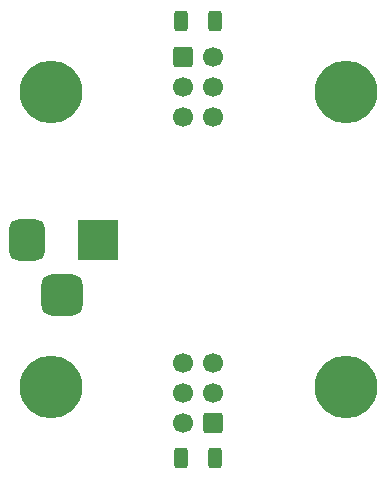
<source format=gbr>
%TF.GenerationSoftware,KiCad,Pcbnew,8.0.3*%
%TF.CreationDate,2024-07-13T17:14:31+01:00*%
%TF.ProjectId,RS485Board,52533438-3542-46f6-9172-642e6b696361,rev?*%
%TF.SameCoordinates,Original*%
%TF.FileFunction,Soldermask,Bot*%
%TF.FilePolarity,Negative*%
%FSLAX46Y46*%
G04 Gerber Fmt 4.6, Leading zero omitted, Abs format (unit mm)*
G04 Created by KiCad (PCBNEW 8.0.3) date 2024-07-13 17:14:31*
%MOMM*%
%LPD*%
G01*
G04 APERTURE LIST*
G04 Aperture macros list*
%AMRoundRect*
0 Rectangle with rounded corners*
0 $1 Rounding radius*
0 $2 $3 $4 $5 $6 $7 $8 $9 X,Y pos of 4 corners*
0 Add a 4 corners polygon primitive as box body*
4,1,4,$2,$3,$4,$5,$6,$7,$8,$9,$2,$3,0*
0 Add four circle primitives for the rounded corners*
1,1,$1+$1,$2,$3*
1,1,$1+$1,$4,$5*
1,1,$1+$1,$6,$7*
1,1,$1+$1,$8,$9*
0 Add four rect primitives between the rounded corners*
20,1,$1+$1,$2,$3,$4,$5,0*
20,1,$1+$1,$4,$5,$6,$7,0*
20,1,$1+$1,$6,$7,$8,$9,0*
20,1,$1+$1,$8,$9,$2,$3,0*%
G04 Aperture macros list end*
%ADD10C,5.300000*%
%ADD11RoundRect,0.250000X-0.600000X-0.600000X0.600000X-0.600000X0.600000X0.600000X-0.600000X0.600000X0*%
%ADD12C,1.700000*%
%ADD13R,3.500000X3.500000*%
%ADD14RoundRect,0.750000X-0.750000X-1.000000X0.750000X-1.000000X0.750000X1.000000X-0.750000X1.000000X0*%
%ADD15RoundRect,0.875000X-0.875000X-0.875000X0.875000X-0.875000X0.875000X0.875000X-0.875000X0.875000X0*%
%ADD16RoundRect,0.250000X0.600000X0.600000X-0.600000X0.600000X-0.600000X-0.600000X0.600000X-0.600000X0*%
%ADD17RoundRect,0.250000X0.312500X0.625000X-0.312500X0.625000X-0.312500X-0.625000X0.312500X-0.625000X0*%
%ADD18RoundRect,0.250000X-0.312500X-0.625000X0.312500X-0.625000X0.312500X0.625000X-0.312500X0.625000X0*%
G04 APERTURE END LIST*
D10*
%TO.C,H3*%
X125000000Y-100000000D03*
%TD*%
%TO.C,H2*%
X100000000Y-100000000D03*
%TD*%
%TO.C,H4*%
X125000000Y-125000000D03*
%TD*%
%TO.C,H1*%
X100000000Y-125000000D03*
%TD*%
D11*
%TO.C,J1*%
X111230000Y-97000000D03*
D12*
X113770000Y-97000000D03*
X111230000Y-99540000D03*
X113770000Y-99540000D03*
X111230000Y-102080000D03*
X113770000Y-102080000D03*
%TD*%
D13*
%TO.C,J3*%
X104000000Y-112500000D03*
D14*
X98000000Y-112500000D03*
D15*
X101000000Y-117200000D03*
%TD*%
D16*
%TO.C,J2*%
X113770000Y-128000000D03*
D12*
X111230000Y-128000000D03*
X113770000Y-125460000D03*
X111230000Y-125460000D03*
X113770000Y-122920000D03*
X111230000Y-122920000D03*
%TD*%
D17*
%TO.C,R1*%
X113962500Y-94000000D03*
X111037500Y-94000000D03*
%TD*%
D18*
%TO.C,R2*%
X111037500Y-131000000D03*
X113962500Y-131000000D03*
%TD*%
M02*

</source>
